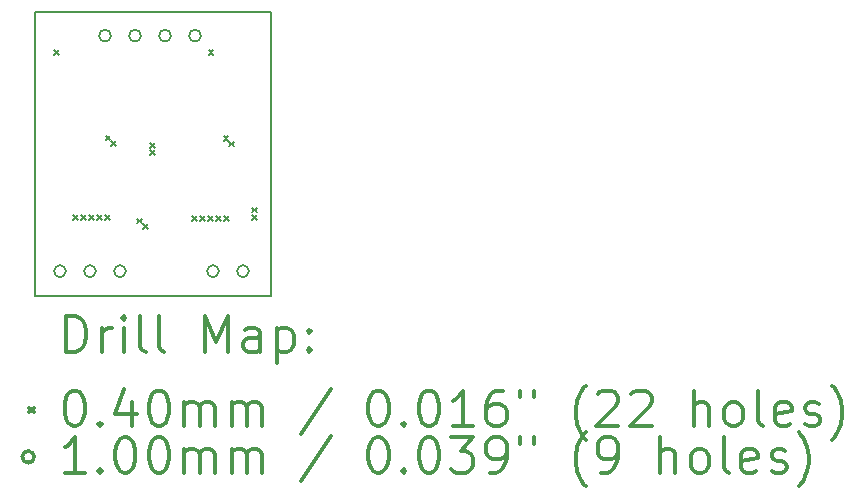
<source format=gbr>
%FSLAX45Y45*%
G04 Gerber Fmt 4.5, Leading zero omitted, Abs format (unit mm)*
G04 Created by KiCad (PCBNEW 4.0.2-stable) date 9/5/2017 9:47:48 PM*
%MOMM*%
G01*
G04 APERTURE LIST*
%ADD10C,0.127000*%
%ADD11C,0.150000*%
%ADD12C,0.200000*%
%ADD13C,0.300000*%
G04 APERTURE END LIST*
D10*
D11*
X7000000Y-5000000D02*
X5000000Y-5000000D01*
X7000000Y-7400000D02*
X7000000Y-5000000D01*
X5000000Y-7400000D02*
X7000000Y-7400000D01*
X5000000Y-5000000D02*
X5000000Y-7400000D01*
D12*
X5159050Y-5323000D02*
X5199050Y-5363000D01*
X5199050Y-5323000D02*
X5159050Y-5363000D01*
X5320340Y-6717340D02*
X5360340Y-6757340D01*
X5360340Y-6717340D02*
X5320340Y-6757340D01*
X5388920Y-6717340D02*
X5428920Y-6757340D01*
X5428920Y-6717340D02*
X5388920Y-6757340D01*
X5457500Y-6717340D02*
X5497500Y-6757340D01*
X5497500Y-6717340D02*
X5457500Y-6757340D01*
X5526080Y-6717340D02*
X5566080Y-6757340D01*
X5566080Y-6717340D02*
X5526080Y-6757340D01*
X5594660Y-6717340D02*
X5634660Y-6757340D01*
X5634660Y-6717340D02*
X5594660Y-6757340D01*
X5597200Y-6044240D02*
X5637200Y-6084240D01*
X5637200Y-6044240D02*
X5597200Y-6084240D01*
X5642920Y-6089960D02*
X5682920Y-6129960D01*
X5682920Y-6089960D02*
X5642920Y-6129960D01*
X5863900Y-6747820D02*
X5903900Y-6787820D01*
X5903900Y-6747820D02*
X5863900Y-6787820D01*
X5912160Y-6796080D02*
X5952160Y-6836080D01*
X5952160Y-6796080D02*
X5912160Y-6836080D01*
X5975660Y-6105200D02*
X6015660Y-6145200D01*
X6015660Y-6105200D02*
X5975660Y-6145200D01*
X5975660Y-6168700D02*
X6015660Y-6208700D01*
X6015660Y-6168700D02*
X5975660Y-6208700D01*
X6328720Y-6723690D02*
X6368720Y-6763690D01*
X6368720Y-6723690D02*
X6328720Y-6763690D01*
X6397300Y-6723690D02*
X6437300Y-6763690D01*
X6437300Y-6723690D02*
X6397300Y-6763690D01*
X6465880Y-6723690D02*
X6505880Y-6763690D01*
X6505880Y-6723690D02*
X6465880Y-6763690D01*
X6468420Y-5323000D02*
X6508420Y-5363000D01*
X6508420Y-5323000D02*
X6468420Y-5363000D01*
X6534460Y-6723690D02*
X6574460Y-6763690D01*
X6574460Y-6723690D02*
X6534460Y-6763690D01*
X6595420Y-6049320D02*
X6635420Y-6089320D01*
X6635420Y-6049320D02*
X6595420Y-6089320D01*
X6603040Y-6723690D02*
X6643040Y-6763690D01*
X6643040Y-6723690D02*
X6603040Y-6763690D01*
X6641140Y-6095040D02*
X6681140Y-6135040D01*
X6681140Y-6095040D02*
X6641140Y-6135040D01*
X6839260Y-6653840D02*
X6879260Y-6693840D01*
X6879260Y-6653840D02*
X6839260Y-6693840D01*
X6839260Y-6719880D02*
X6879260Y-6759880D01*
X6879260Y-6719880D02*
X6839260Y-6759880D01*
X5260800Y-7192000D02*
G75*
G03X5260800Y-7192000I-50000J0D01*
G01*
X5514800Y-7192000D02*
G75*
G03X5514800Y-7192000I-50000J0D01*
G01*
X5641800Y-5198100D02*
G75*
G03X5641800Y-5198100I-50000J0D01*
G01*
X5768800Y-7192000D02*
G75*
G03X5768800Y-7192000I-50000J0D01*
G01*
X5895800Y-5198100D02*
G75*
G03X5895800Y-5198100I-50000J0D01*
G01*
X6149800Y-5198100D02*
G75*
G03X6149800Y-5198100I-50000J0D01*
G01*
X6403800Y-5198100D02*
G75*
G03X6403800Y-5198100I-50000J0D01*
G01*
X6556200Y-7192000D02*
G75*
G03X6556200Y-7192000I-50000J0D01*
G01*
X6810200Y-7192000D02*
G75*
G03X6810200Y-7192000I-50000J0D01*
G01*
D13*
X5263929Y-7873214D02*
X5263929Y-7573214D01*
X5335357Y-7573214D01*
X5378214Y-7587500D01*
X5406786Y-7616071D01*
X5421071Y-7644643D01*
X5435357Y-7701786D01*
X5435357Y-7744643D01*
X5421071Y-7801786D01*
X5406786Y-7830357D01*
X5378214Y-7858929D01*
X5335357Y-7873214D01*
X5263929Y-7873214D01*
X5563929Y-7873214D02*
X5563929Y-7673214D01*
X5563929Y-7730357D02*
X5578214Y-7701786D01*
X5592500Y-7687500D01*
X5621071Y-7673214D01*
X5649643Y-7673214D01*
X5749643Y-7873214D02*
X5749643Y-7673214D01*
X5749643Y-7573214D02*
X5735357Y-7587500D01*
X5749643Y-7601786D01*
X5763928Y-7587500D01*
X5749643Y-7573214D01*
X5749643Y-7601786D01*
X5935357Y-7873214D02*
X5906786Y-7858929D01*
X5892500Y-7830357D01*
X5892500Y-7573214D01*
X6092500Y-7873214D02*
X6063928Y-7858929D01*
X6049643Y-7830357D01*
X6049643Y-7573214D01*
X6435357Y-7873214D02*
X6435357Y-7573214D01*
X6535357Y-7787500D01*
X6635357Y-7573214D01*
X6635357Y-7873214D01*
X6906786Y-7873214D02*
X6906786Y-7716071D01*
X6892500Y-7687500D01*
X6863928Y-7673214D01*
X6806786Y-7673214D01*
X6778214Y-7687500D01*
X6906786Y-7858929D02*
X6878214Y-7873214D01*
X6806786Y-7873214D01*
X6778214Y-7858929D01*
X6763928Y-7830357D01*
X6763928Y-7801786D01*
X6778214Y-7773214D01*
X6806786Y-7758929D01*
X6878214Y-7758929D01*
X6906786Y-7744643D01*
X7049643Y-7673214D02*
X7049643Y-7973214D01*
X7049643Y-7687500D02*
X7078214Y-7673214D01*
X7135357Y-7673214D01*
X7163928Y-7687500D01*
X7178214Y-7701786D01*
X7192500Y-7730357D01*
X7192500Y-7816071D01*
X7178214Y-7844643D01*
X7163928Y-7858929D01*
X7135357Y-7873214D01*
X7078214Y-7873214D01*
X7049643Y-7858929D01*
X7321071Y-7844643D02*
X7335357Y-7858929D01*
X7321071Y-7873214D01*
X7306786Y-7858929D01*
X7321071Y-7844643D01*
X7321071Y-7873214D01*
X7321071Y-7687500D02*
X7335357Y-7701786D01*
X7321071Y-7716071D01*
X7306786Y-7701786D01*
X7321071Y-7687500D01*
X7321071Y-7716071D01*
X4952500Y-8347500D02*
X4992500Y-8387500D01*
X4992500Y-8347500D02*
X4952500Y-8387500D01*
X5321071Y-8203214D02*
X5349643Y-8203214D01*
X5378214Y-8217500D01*
X5392500Y-8231786D01*
X5406786Y-8260357D01*
X5421071Y-8317500D01*
X5421071Y-8388929D01*
X5406786Y-8446072D01*
X5392500Y-8474643D01*
X5378214Y-8488929D01*
X5349643Y-8503214D01*
X5321071Y-8503214D01*
X5292500Y-8488929D01*
X5278214Y-8474643D01*
X5263929Y-8446072D01*
X5249643Y-8388929D01*
X5249643Y-8317500D01*
X5263929Y-8260357D01*
X5278214Y-8231786D01*
X5292500Y-8217500D01*
X5321071Y-8203214D01*
X5549643Y-8474643D02*
X5563929Y-8488929D01*
X5549643Y-8503214D01*
X5535357Y-8488929D01*
X5549643Y-8474643D01*
X5549643Y-8503214D01*
X5821071Y-8303214D02*
X5821071Y-8503214D01*
X5749643Y-8188929D02*
X5678214Y-8403214D01*
X5863928Y-8403214D01*
X6035357Y-8203214D02*
X6063928Y-8203214D01*
X6092500Y-8217500D01*
X6106786Y-8231786D01*
X6121071Y-8260357D01*
X6135357Y-8317500D01*
X6135357Y-8388929D01*
X6121071Y-8446072D01*
X6106786Y-8474643D01*
X6092500Y-8488929D01*
X6063928Y-8503214D01*
X6035357Y-8503214D01*
X6006786Y-8488929D01*
X5992500Y-8474643D01*
X5978214Y-8446072D01*
X5963928Y-8388929D01*
X5963928Y-8317500D01*
X5978214Y-8260357D01*
X5992500Y-8231786D01*
X6006786Y-8217500D01*
X6035357Y-8203214D01*
X6263928Y-8503214D02*
X6263928Y-8303214D01*
X6263928Y-8331786D02*
X6278214Y-8317500D01*
X6306786Y-8303214D01*
X6349643Y-8303214D01*
X6378214Y-8317500D01*
X6392500Y-8346071D01*
X6392500Y-8503214D01*
X6392500Y-8346071D02*
X6406786Y-8317500D01*
X6435357Y-8303214D01*
X6478214Y-8303214D01*
X6506786Y-8317500D01*
X6521071Y-8346071D01*
X6521071Y-8503214D01*
X6663928Y-8503214D02*
X6663928Y-8303214D01*
X6663928Y-8331786D02*
X6678214Y-8317500D01*
X6706786Y-8303214D01*
X6749643Y-8303214D01*
X6778214Y-8317500D01*
X6792500Y-8346071D01*
X6792500Y-8503214D01*
X6792500Y-8346071D02*
X6806786Y-8317500D01*
X6835357Y-8303214D01*
X6878214Y-8303214D01*
X6906786Y-8317500D01*
X6921071Y-8346071D01*
X6921071Y-8503214D01*
X7506786Y-8188929D02*
X7249643Y-8574643D01*
X7892500Y-8203214D02*
X7921071Y-8203214D01*
X7949643Y-8217500D01*
X7963928Y-8231786D01*
X7978214Y-8260357D01*
X7992500Y-8317500D01*
X7992500Y-8388929D01*
X7978214Y-8446072D01*
X7963928Y-8474643D01*
X7949643Y-8488929D01*
X7921071Y-8503214D01*
X7892500Y-8503214D01*
X7863928Y-8488929D01*
X7849643Y-8474643D01*
X7835357Y-8446072D01*
X7821071Y-8388929D01*
X7821071Y-8317500D01*
X7835357Y-8260357D01*
X7849643Y-8231786D01*
X7863928Y-8217500D01*
X7892500Y-8203214D01*
X8121071Y-8474643D02*
X8135357Y-8488929D01*
X8121071Y-8503214D01*
X8106786Y-8488929D01*
X8121071Y-8474643D01*
X8121071Y-8503214D01*
X8321071Y-8203214D02*
X8349643Y-8203214D01*
X8378214Y-8217500D01*
X8392500Y-8231786D01*
X8406786Y-8260357D01*
X8421071Y-8317500D01*
X8421071Y-8388929D01*
X8406786Y-8446072D01*
X8392500Y-8474643D01*
X8378214Y-8488929D01*
X8349643Y-8503214D01*
X8321071Y-8503214D01*
X8292500Y-8488929D01*
X8278214Y-8474643D01*
X8263928Y-8446072D01*
X8249643Y-8388929D01*
X8249643Y-8317500D01*
X8263928Y-8260357D01*
X8278214Y-8231786D01*
X8292500Y-8217500D01*
X8321071Y-8203214D01*
X8706786Y-8503214D02*
X8535357Y-8503214D01*
X8621071Y-8503214D02*
X8621071Y-8203214D01*
X8592500Y-8246071D01*
X8563928Y-8274643D01*
X8535357Y-8288929D01*
X8963928Y-8203214D02*
X8906786Y-8203214D01*
X8878214Y-8217500D01*
X8863928Y-8231786D01*
X8835357Y-8274643D01*
X8821071Y-8331786D01*
X8821071Y-8446072D01*
X8835357Y-8474643D01*
X8849643Y-8488929D01*
X8878214Y-8503214D01*
X8935357Y-8503214D01*
X8963928Y-8488929D01*
X8978214Y-8474643D01*
X8992500Y-8446072D01*
X8992500Y-8374643D01*
X8978214Y-8346071D01*
X8963928Y-8331786D01*
X8935357Y-8317500D01*
X8878214Y-8317500D01*
X8849643Y-8331786D01*
X8835357Y-8346071D01*
X8821071Y-8374643D01*
X9106786Y-8203214D02*
X9106786Y-8260357D01*
X9221071Y-8203214D02*
X9221071Y-8260357D01*
X9663928Y-8617500D02*
X9649643Y-8603214D01*
X9621071Y-8560357D01*
X9606786Y-8531786D01*
X9592500Y-8488929D01*
X9578214Y-8417500D01*
X9578214Y-8360357D01*
X9592500Y-8288929D01*
X9606786Y-8246071D01*
X9621071Y-8217500D01*
X9649643Y-8174643D01*
X9663928Y-8160357D01*
X9763928Y-8231786D02*
X9778214Y-8217500D01*
X9806786Y-8203214D01*
X9878214Y-8203214D01*
X9906786Y-8217500D01*
X9921071Y-8231786D01*
X9935357Y-8260357D01*
X9935357Y-8288929D01*
X9921071Y-8331786D01*
X9749643Y-8503214D01*
X9935357Y-8503214D01*
X10049643Y-8231786D02*
X10063928Y-8217500D01*
X10092500Y-8203214D01*
X10163928Y-8203214D01*
X10192500Y-8217500D01*
X10206786Y-8231786D01*
X10221071Y-8260357D01*
X10221071Y-8288929D01*
X10206786Y-8331786D01*
X10035357Y-8503214D01*
X10221071Y-8503214D01*
X10578214Y-8503214D02*
X10578214Y-8203214D01*
X10706786Y-8503214D02*
X10706786Y-8346071D01*
X10692500Y-8317500D01*
X10663928Y-8303214D01*
X10621071Y-8303214D01*
X10592500Y-8317500D01*
X10578214Y-8331786D01*
X10892500Y-8503214D02*
X10863928Y-8488929D01*
X10849643Y-8474643D01*
X10835357Y-8446072D01*
X10835357Y-8360357D01*
X10849643Y-8331786D01*
X10863928Y-8317500D01*
X10892500Y-8303214D01*
X10935357Y-8303214D01*
X10963928Y-8317500D01*
X10978214Y-8331786D01*
X10992500Y-8360357D01*
X10992500Y-8446072D01*
X10978214Y-8474643D01*
X10963928Y-8488929D01*
X10935357Y-8503214D01*
X10892500Y-8503214D01*
X11163928Y-8503214D02*
X11135357Y-8488929D01*
X11121071Y-8460357D01*
X11121071Y-8203214D01*
X11392500Y-8488929D02*
X11363928Y-8503214D01*
X11306786Y-8503214D01*
X11278214Y-8488929D01*
X11263928Y-8460357D01*
X11263928Y-8346071D01*
X11278214Y-8317500D01*
X11306786Y-8303214D01*
X11363928Y-8303214D01*
X11392500Y-8317500D01*
X11406786Y-8346071D01*
X11406786Y-8374643D01*
X11263928Y-8403214D01*
X11521071Y-8488929D02*
X11549643Y-8503214D01*
X11606786Y-8503214D01*
X11635357Y-8488929D01*
X11649643Y-8460357D01*
X11649643Y-8446072D01*
X11635357Y-8417500D01*
X11606786Y-8403214D01*
X11563928Y-8403214D01*
X11535357Y-8388929D01*
X11521071Y-8360357D01*
X11521071Y-8346071D01*
X11535357Y-8317500D01*
X11563928Y-8303214D01*
X11606786Y-8303214D01*
X11635357Y-8317500D01*
X11749643Y-8617500D02*
X11763928Y-8603214D01*
X11792500Y-8560357D01*
X11806786Y-8531786D01*
X11821071Y-8488929D01*
X11835357Y-8417500D01*
X11835357Y-8360357D01*
X11821071Y-8288929D01*
X11806786Y-8246071D01*
X11792500Y-8217500D01*
X11763928Y-8174643D01*
X11749643Y-8160357D01*
X4992500Y-8763500D02*
G75*
G03X4992500Y-8763500I-50000J0D01*
G01*
X5421071Y-8899214D02*
X5249643Y-8899214D01*
X5335357Y-8899214D02*
X5335357Y-8599214D01*
X5306786Y-8642072D01*
X5278214Y-8670643D01*
X5249643Y-8684929D01*
X5549643Y-8870643D02*
X5563929Y-8884929D01*
X5549643Y-8899214D01*
X5535357Y-8884929D01*
X5549643Y-8870643D01*
X5549643Y-8899214D01*
X5749643Y-8599214D02*
X5778214Y-8599214D01*
X5806786Y-8613500D01*
X5821071Y-8627786D01*
X5835357Y-8656357D01*
X5849643Y-8713500D01*
X5849643Y-8784929D01*
X5835357Y-8842072D01*
X5821071Y-8870643D01*
X5806786Y-8884929D01*
X5778214Y-8899214D01*
X5749643Y-8899214D01*
X5721071Y-8884929D01*
X5706786Y-8870643D01*
X5692500Y-8842072D01*
X5678214Y-8784929D01*
X5678214Y-8713500D01*
X5692500Y-8656357D01*
X5706786Y-8627786D01*
X5721071Y-8613500D01*
X5749643Y-8599214D01*
X6035357Y-8599214D02*
X6063928Y-8599214D01*
X6092500Y-8613500D01*
X6106786Y-8627786D01*
X6121071Y-8656357D01*
X6135357Y-8713500D01*
X6135357Y-8784929D01*
X6121071Y-8842072D01*
X6106786Y-8870643D01*
X6092500Y-8884929D01*
X6063928Y-8899214D01*
X6035357Y-8899214D01*
X6006786Y-8884929D01*
X5992500Y-8870643D01*
X5978214Y-8842072D01*
X5963928Y-8784929D01*
X5963928Y-8713500D01*
X5978214Y-8656357D01*
X5992500Y-8627786D01*
X6006786Y-8613500D01*
X6035357Y-8599214D01*
X6263928Y-8899214D02*
X6263928Y-8699214D01*
X6263928Y-8727786D02*
X6278214Y-8713500D01*
X6306786Y-8699214D01*
X6349643Y-8699214D01*
X6378214Y-8713500D01*
X6392500Y-8742072D01*
X6392500Y-8899214D01*
X6392500Y-8742072D02*
X6406786Y-8713500D01*
X6435357Y-8699214D01*
X6478214Y-8699214D01*
X6506786Y-8713500D01*
X6521071Y-8742072D01*
X6521071Y-8899214D01*
X6663928Y-8899214D02*
X6663928Y-8699214D01*
X6663928Y-8727786D02*
X6678214Y-8713500D01*
X6706786Y-8699214D01*
X6749643Y-8699214D01*
X6778214Y-8713500D01*
X6792500Y-8742072D01*
X6792500Y-8899214D01*
X6792500Y-8742072D02*
X6806786Y-8713500D01*
X6835357Y-8699214D01*
X6878214Y-8699214D01*
X6906786Y-8713500D01*
X6921071Y-8742072D01*
X6921071Y-8899214D01*
X7506786Y-8584929D02*
X7249643Y-8970643D01*
X7892500Y-8599214D02*
X7921071Y-8599214D01*
X7949643Y-8613500D01*
X7963928Y-8627786D01*
X7978214Y-8656357D01*
X7992500Y-8713500D01*
X7992500Y-8784929D01*
X7978214Y-8842072D01*
X7963928Y-8870643D01*
X7949643Y-8884929D01*
X7921071Y-8899214D01*
X7892500Y-8899214D01*
X7863928Y-8884929D01*
X7849643Y-8870643D01*
X7835357Y-8842072D01*
X7821071Y-8784929D01*
X7821071Y-8713500D01*
X7835357Y-8656357D01*
X7849643Y-8627786D01*
X7863928Y-8613500D01*
X7892500Y-8599214D01*
X8121071Y-8870643D02*
X8135357Y-8884929D01*
X8121071Y-8899214D01*
X8106786Y-8884929D01*
X8121071Y-8870643D01*
X8121071Y-8899214D01*
X8321071Y-8599214D02*
X8349643Y-8599214D01*
X8378214Y-8613500D01*
X8392500Y-8627786D01*
X8406786Y-8656357D01*
X8421071Y-8713500D01*
X8421071Y-8784929D01*
X8406786Y-8842072D01*
X8392500Y-8870643D01*
X8378214Y-8884929D01*
X8349643Y-8899214D01*
X8321071Y-8899214D01*
X8292500Y-8884929D01*
X8278214Y-8870643D01*
X8263928Y-8842072D01*
X8249643Y-8784929D01*
X8249643Y-8713500D01*
X8263928Y-8656357D01*
X8278214Y-8627786D01*
X8292500Y-8613500D01*
X8321071Y-8599214D01*
X8521071Y-8599214D02*
X8706786Y-8599214D01*
X8606786Y-8713500D01*
X8649643Y-8713500D01*
X8678214Y-8727786D01*
X8692500Y-8742072D01*
X8706786Y-8770643D01*
X8706786Y-8842072D01*
X8692500Y-8870643D01*
X8678214Y-8884929D01*
X8649643Y-8899214D01*
X8563928Y-8899214D01*
X8535357Y-8884929D01*
X8521071Y-8870643D01*
X8849643Y-8899214D02*
X8906786Y-8899214D01*
X8935357Y-8884929D01*
X8949643Y-8870643D01*
X8978214Y-8827786D01*
X8992500Y-8770643D01*
X8992500Y-8656357D01*
X8978214Y-8627786D01*
X8963928Y-8613500D01*
X8935357Y-8599214D01*
X8878214Y-8599214D01*
X8849643Y-8613500D01*
X8835357Y-8627786D01*
X8821071Y-8656357D01*
X8821071Y-8727786D01*
X8835357Y-8756357D01*
X8849643Y-8770643D01*
X8878214Y-8784929D01*
X8935357Y-8784929D01*
X8963928Y-8770643D01*
X8978214Y-8756357D01*
X8992500Y-8727786D01*
X9106786Y-8599214D02*
X9106786Y-8656357D01*
X9221071Y-8599214D02*
X9221071Y-8656357D01*
X9663928Y-9013500D02*
X9649643Y-8999214D01*
X9621071Y-8956357D01*
X9606786Y-8927786D01*
X9592500Y-8884929D01*
X9578214Y-8813500D01*
X9578214Y-8756357D01*
X9592500Y-8684929D01*
X9606786Y-8642072D01*
X9621071Y-8613500D01*
X9649643Y-8570643D01*
X9663928Y-8556357D01*
X9792500Y-8899214D02*
X9849643Y-8899214D01*
X9878214Y-8884929D01*
X9892500Y-8870643D01*
X9921071Y-8827786D01*
X9935357Y-8770643D01*
X9935357Y-8656357D01*
X9921071Y-8627786D01*
X9906786Y-8613500D01*
X9878214Y-8599214D01*
X9821071Y-8599214D01*
X9792500Y-8613500D01*
X9778214Y-8627786D01*
X9763928Y-8656357D01*
X9763928Y-8727786D01*
X9778214Y-8756357D01*
X9792500Y-8770643D01*
X9821071Y-8784929D01*
X9878214Y-8784929D01*
X9906786Y-8770643D01*
X9921071Y-8756357D01*
X9935357Y-8727786D01*
X10292500Y-8899214D02*
X10292500Y-8599214D01*
X10421071Y-8899214D02*
X10421071Y-8742072D01*
X10406786Y-8713500D01*
X10378214Y-8699214D01*
X10335357Y-8699214D01*
X10306786Y-8713500D01*
X10292500Y-8727786D01*
X10606786Y-8899214D02*
X10578214Y-8884929D01*
X10563928Y-8870643D01*
X10549643Y-8842072D01*
X10549643Y-8756357D01*
X10563928Y-8727786D01*
X10578214Y-8713500D01*
X10606786Y-8699214D01*
X10649643Y-8699214D01*
X10678214Y-8713500D01*
X10692500Y-8727786D01*
X10706786Y-8756357D01*
X10706786Y-8842072D01*
X10692500Y-8870643D01*
X10678214Y-8884929D01*
X10649643Y-8899214D01*
X10606786Y-8899214D01*
X10878214Y-8899214D02*
X10849643Y-8884929D01*
X10835357Y-8856357D01*
X10835357Y-8599214D01*
X11106786Y-8884929D02*
X11078214Y-8899214D01*
X11021071Y-8899214D01*
X10992500Y-8884929D01*
X10978214Y-8856357D01*
X10978214Y-8742072D01*
X10992500Y-8713500D01*
X11021071Y-8699214D01*
X11078214Y-8699214D01*
X11106786Y-8713500D01*
X11121071Y-8742072D01*
X11121071Y-8770643D01*
X10978214Y-8799214D01*
X11235357Y-8884929D02*
X11263928Y-8899214D01*
X11321071Y-8899214D01*
X11349643Y-8884929D01*
X11363928Y-8856357D01*
X11363928Y-8842072D01*
X11349643Y-8813500D01*
X11321071Y-8799214D01*
X11278214Y-8799214D01*
X11249643Y-8784929D01*
X11235357Y-8756357D01*
X11235357Y-8742072D01*
X11249643Y-8713500D01*
X11278214Y-8699214D01*
X11321071Y-8699214D01*
X11349643Y-8713500D01*
X11463928Y-9013500D02*
X11478214Y-8999214D01*
X11506786Y-8956357D01*
X11521071Y-8927786D01*
X11535357Y-8884929D01*
X11549643Y-8813500D01*
X11549643Y-8756357D01*
X11535357Y-8684929D01*
X11521071Y-8642072D01*
X11506786Y-8613500D01*
X11478214Y-8570643D01*
X11463928Y-8556357D01*
M02*

</source>
